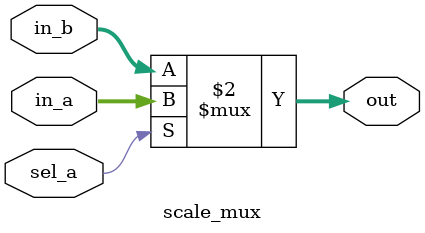
<source format=sv>
module scale_mux #(parameter int WIDTH = 8) (
  input  logic [WIDTH-1:0] in_a,   // Input A
  input  logic [WIDTH-1:0] in_b,   // Input B
  input  logic             sel_a,  // Select signal: 1 -> in_a, 0 -> in_b
  output logic [WIDTH-1:0] out     // Output
);
  always_comb begin
    out = sel_a ? in_a : in_b;
  end
endmodule

</source>
